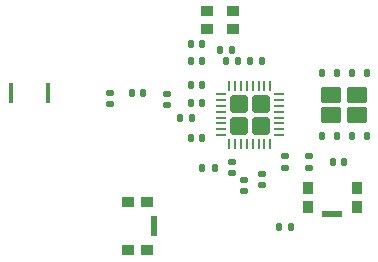
<source format=gtp>
%TF.GenerationSoftware,KiCad,Pcbnew,9.0.7*%
%TF.CreationDate,2026-02-11T09:18:12+01:00*%
%TF.ProjectId,przetwornik,70727a65-7477-46f7-926e-696b2e6b6963,rev?*%
%TF.SameCoordinates,Original*%
%TF.FileFunction,Paste,Top*%
%TF.FilePolarity,Positive*%
%FSLAX46Y46*%
G04 Gerber Fmt 4.6, Leading zero omitted, Abs format (unit mm)*
G04 Created by KiCad (PCBNEW 9.0.7) date 2026-02-11 09:18:12*
%MOMM*%
%LPD*%
G01*
G04 APERTURE LIST*
G04 Aperture macros list*
%AMRoundRect*
0 Rectangle with rounded corners*
0 $1 Rounding radius*
0 $2 $3 $4 $5 $6 $7 $8 $9 X,Y pos of 4 corners*
0 Add a 4 corners polygon primitive as box body*
4,1,4,$2,$3,$4,$5,$6,$7,$8,$9,$2,$3,0*
0 Add four circle primitives for the rounded corners*
1,1,$1+$1,$2,$3*
1,1,$1+$1,$4,$5*
1,1,$1+$1,$6,$7*
1,1,$1+$1,$8,$9*
0 Add four rect primitives between the rounded corners*
20,1,$1+$1,$2,$3,$4,$5,0*
20,1,$1+$1,$4,$5,$6,$7,0*
20,1,$1+$1,$6,$7,$8,$9,0*
20,1,$1+$1,$8,$9,$2,$3,0*%
G04 Aperture macros list end*
%ADD10RoundRect,0.140000X0.140000X0.170000X-0.140000X0.170000X-0.140000X-0.170000X0.140000X-0.170000X0*%
%ADD11RoundRect,0.140000X-0.140000X-0.170000X0.140000X-0.170000X0.140000X0.170000X-0.140000X0.170000X0*%
%ADD12R,1.000000X0.900000*%
%ADD13RoundRect,0.140000X0.170000X-0.140000X0.170000X0.140000X-0.170000X0.140000X-0.170000X-0.140000X0*%
%ADD14R,0.400000X1.800000*%
%ADD15R,0.550000X1.700000*%
%ADD16RoundRect,0.140000X-0.170000X0.140000X-0.170000X-0.140000X0.170000X-0.140000X0.170000X0.140000X0*%
%ADD17RoundRect,0.147500X0.147500X0.172500X-0.147500X0.172500X-0.147500X-0.172500X0.147500X-0.172500X0*%
%ADD18RoundRect,0.135000X-0.135000X-0.185000X0.135000X-0.185000X0.135000X0.185000X-0.135000X0.185000X0*%
%ADD19R,0.900000X1.000000*%
%ADD20R,1.700000X0.550000*%
%ADD21RoundRect,0.147500X-0.147500X-0.172500X0.147500X-0.172500X0.147500X0.172500X-0.147500X0.172500X0*%
%ADD22RoundRect,0.135000X0.135000X0.185000X-0.135000X0.185000X-0.135000X-0.185000X0.135000X-0.185000X0*%
%ADD23RoundRect,0.250000X-0.615000X0.435000X-0.615000X-0.435000X0.615000X-0.435000X0.615000X0.435000X0*%
%ADD24RoundRect,0.125000X-0.125000X0.250000X-0.125000X-0.250000X0.125000X-0.250000X0.125000X0.250000X0*%
%ADD25RoundRect,0.250000X-0.495000X-0.495000X0.495000X-0.495000X0.495000X0.495000X-0.495000X0.495000X0*%
%ADD26RoundRect,0.062500X-0.337500X-0.062500X0.337500X-0.062500X0.337500X0.062500X-0.337500X0.062500X0*%
%ADD27RoundRect,0.062500X-0.062500X-0.337500X0.062500X-0.337500X0.062500X0.337500X-0.062500X0.337500X0*%
G04 APERTURE END LIST*
D10*
X215980000Y-96500000D03*
X215020000Y-96500000D03*
D11*
X214138356Y-94802158D03*
X215098356Y-94802158D03*
D12*
X216425000Y-87275000D03*
X218575000Y-87275000D03*
X218575000Y-85725000D03*
X216425000Y-85725000D03*
D13*
X218500000Y-99480000D03*
X218500000Y-98520000D03*
D11*
X217500000Y-89000000D03*
X218460000Y-89000000D03*
D14*
X202922407Y-92691851D03*
X199822407Y-92691851D03*
D12*
X211300000Y-101900000D03*
X211300000Y-106000000D03*
X209700000Y-101900000D03*
X209700000Y-106000000D03*
D15*
X211925000Y-103950000D03*
D10*
X227980000Y-98500000D03*
X227020000Y-98500000D03*
D16*
X208212065Y-92682901D03*
X208212065Y-93642901D03*
D11*
X215020000Y-92000000D03*
X215980000Y-92000000D03*
D13*
X219500000Y-100980000D03*
X219500000Y-100020000D03*
D17*
X210986372Y-92710693D03*
X210016372Y-92710693D03*
D18*
X217990000Y-90000000D03*
X219010000Y-90000000D03*
X222490000Y-104000000D03*
X223510000Y-104000000D03*
D11*
X220040000Y-90000000D03*
X221000000Y-90000000D03*
D16*
X213000000Y-92730006D03*
X213000000Y-93690006D03*
D11*
X215020000Y-90000000D03*
X215980000Y-90000000D03*
D19*
X229050000Y-102300000D03*
X224950000Y-102300000D03*
X229050000Y-100700000D03*
X224950000Y-100700000D03*
D20*
X227000000Y-102925000D03*
D21*
X215015000Y-93500000D03*
X215985000Y-93500000D03*
D22*
X217020000Y-99000000D03*
X216000000Y-99000000D03*
D23*
X229075000Y-92800000D03*
X226925000Y-92800000D03*
X229075000Y-94500000D03*
X226925000Y-94500000D03*
D24*
X229905000Y-90950000D03*
X228635000Y-90950000D03*
X227365000Y-90950000D03*
X226095000Y-90950000D03*
X226095000Y-96350000D03*
X227365000Y-96350000D03*
X228635000Y-96350000D03*
X229905000Y-96350000D03*
D13*
X225000000Y-98980000D03*
X225000000Y-98020000D03*
D16*
X221000000Y-99520000D03*
X221000000Y-100480000D03*
D11*
X215020000Y-88500000D03*
X215980000Y-88500000D03*
D13*
X223000000Y-98980000D03*
X223000000Y-98020000D03*
D25*
X219075000Y-93575000D03*
X219075000Y-95425000D03*
X220925000Y-93575000D03*
X220925000Y-95425000D03*
D26*
X217550000Y-92750000D03*
X217550000Y-93250000D03*
X217550000Y-93750000D03*
X217550000Y-94250000D03*
X217550000Y-94750000D03*
X217550000Y-95250000D03*
X217550000Y-95750000D03*
X217550000Y-96250000D03*
D27*
X218250000Y-96950000D03*
X218750000Y-96950000D03*
X219250000Y-96950000D03*
X219750000Y-96950000D03*
X220250000Y-96950000D03*
X220750000Y-96950000D03*
X221250000Y-96950000D03*
X221750000Y-96950000D03*
D26*
X222450000Y-96250000D03*
X222450000Y-95750000D03*
X222450000Y-95250000D03*
X222450000Y-94750000D03*
X222450000Y-94250000D03*
X222450000Y-93750000D03*
X222450000Y-93250000D03*
X222450000Y-92750000D03*
D27*
X221750000Y-92050000D03*
X221250000Y-92050000D03*
X220750000Y-92050000D03*
X220250000Y-92050000D03*
X219750000Y-92050000D03*
X219250000Y-92050000D03*
X218750000Y-92050000D03*
X218250000Y-92050000D03*
M02*

</source>
